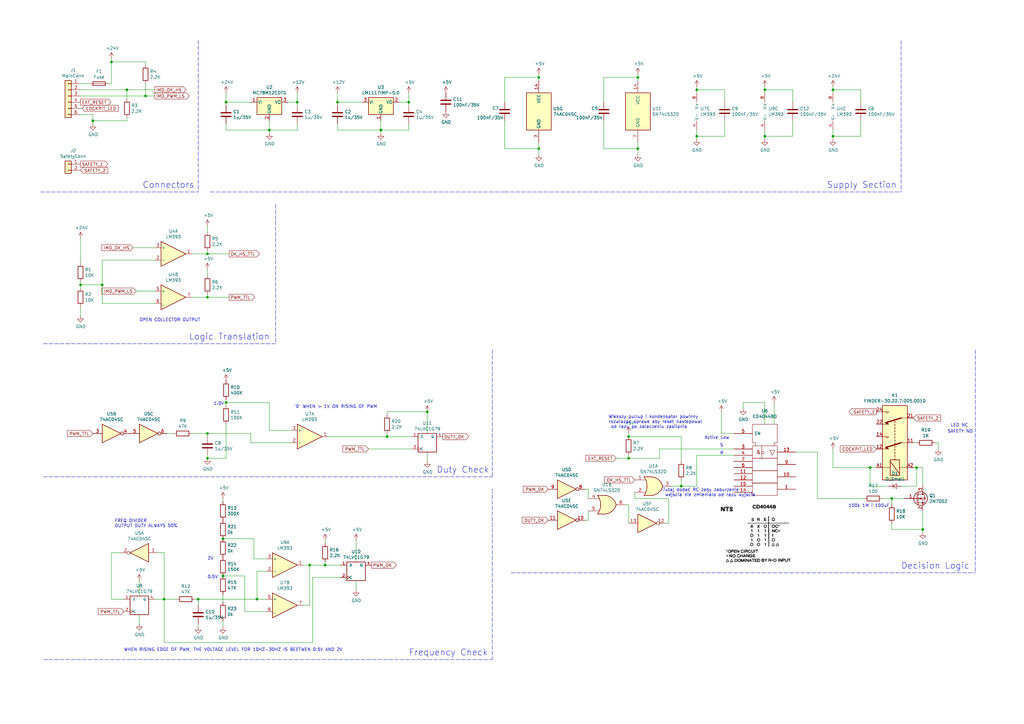
<source format=kicad_sch>
(kicad_sch (version 20211123) (generator eeschema)
  (paper "A3")
  (title_block (title "IMD safety") (date "2022-03-08") (company "PUT Motorsport") (comment 1 "Project by: Szymon Sambor"))
  (junction (at 121.92 41.91))
  (junction (at 158.75 179.07))
  (junction (at 313.69 55.88))
  (junction (at 92.71 165.1))
  (junction (at 261.62 31.75))
  (junction (at 85.09 177.8))
  (junction (at 67.31 245.745))
  (junction (at 105.41 245.745))
  (junction (at 167.64 41.91))
  (junction (at 52.07 36.83))
  (junction (at 341.63 36.83))
  (junction (at 313.69 36.83))
  (junction (at 285.75 36.83))
  (junction (at 375.92 191.77))
  (junction (at 175.26 168.91))
  (junction (at 92.71 41.91))
  (junction (at 91.44 220.98))
  (junction (at 85.09 104.14))
  (junction (at 127 231.775))
  (junction (at 341.63 55.88))
  (junction (at 220.98 31.75))
  (junction (at 356.87 191.77))
  (junction (at 257.81 187.96))
  (junction (at 41.91 116.84))
  (junction (at 59.69 39.37))
  (junction (at 33.02 116.84))
  (junction (at 133.35 231.775))
  (junction (at 45.72 25.4))
  (junction (at 85.09 187.96))
  (junction (at 38.1 49.53))
  (junction (at 156.21 53.34))
  (junction (at 261.62 60.96))
  (junction (at 110.49 53.34))
  (junction (at 365.76 204.47))
  (junction (at 220.98 60.96))
  (junction (at 85.09 121.92))
  (junction (at 257.81 179.07))
  (junction (at 285.75 55.88))
  (junction (at 138.43 41.91))
  (junction (at 81.28 245.745))
  (junction (at 378.46 217.17))
  (junction (at 91.44 236.22))
  (junction (at 279.4 199.39))
  (wire (pts (xy 297.18 55.88) (xy 285.75 55.88)))
  (wire (pts (xy 138.43 43.18) (xy 138.43 41.91)))
  (wire (pts (xy 91.44 247.015) (xy 91.44 243.84)))
  (wire (pts (xy 110.49 176.53) (xy 110.49 165.1)))
  (wire (pts (xy 105.41 234.315) (xy 105.41 245.745)))
  (wire (pts (xy 247.65 31.75) (xy 261.62 31.75)))
  (wire (pts (xy 260.35 204.47) (xy 274.32 204.47)))
  (polyline (pts (xy 17.78 195.58) (xy 201.93 195.58)))
  (wire (pts (xy 138.43 41.91) (xy 148.59 41.91)))
  (wire (pts (xy 285.75 55.88) (xy 285.75 53.34)))
  (wire (pts (xy 110.49 53.34) (xy 121.92 53.34)))
  (wire (pts (xy 119.38 176.53) (xy 110.49 176.53)))
  (wire (pts (xy 33.02 116.84) (xy 33.02 118.11)))
  (wire (pts (xy 313.69 55.88) (xy 313.69 53.34)))
  (wire (pts (xy 85.09 187.96) (xy 92.71 187.96)))
  (wire (pts (xy 297.18 49.53) (xy 297.18 55.88)))
  (wire (pts (xy 257.81 179.07) (xy 279.4 179.07)))
  (wire (pts (xy 118.11 41.91) (xy 121.92 41.91)))
  (wire (pts (xy 110.49 49.53) (xy 110.49 53.34)))
  (wire (pts (xy 341.63 55.88) (xy 341.63 57.15)))
  (wire (pts (xy 240.03 200.66) (xy 241.3 200.66)))
  (wire (pts (xy 285.75 55.88) (xy 285.75 57.15)))
  (wire (pts (xy 138.43 53.34) (xy 138.43 50.8)))
  (wire (pts (xy 384.81 181.61) (xy 384.81 184.15)))
  (wire (pts (xy 85.09 102.87) (xy 85.09 104.14)))
  (wire (pts (xy 285.75 38.1) (xy 285.75 36.83)))
  (wire (pts (xy 257.81 207.01) (xy 257.81 214.63)))
  (wire (pts (xy 156.21 49.53) (xy 156.21 53.34)))
  (wire (pts (xy 274.32 214.63) (xy 273.05 214.63)))
  (wire (pts (xy 220.98 30.48) (xy 220.98 31.75)))
  (wire (pts (xy 102.87 41.91) (xy 92.71 41.91)))
  (wire (pts (xy 91.44 220.98) (xy 104.14 220.98)))
  (wire (pts (xy 158.75 179.07) (xy 134.62 179.07)))
  (wire (pts (xy 295.91 177.8) (xy 295.91 168.91)))
  (wire (pts (xy 49.53 226.695) (xy 45.72 226.695)))
  (wire (pts (xy 241.3 200.66) (xy 241.3 204.47)))
  (wire (pts (xy 59.69 39.37) (xy 63.5 39.37)))
  (wire (pts (xy 359.41 191.77) (xy 356.87 191.77)))
  (wire (pts (xy 257.81 187.96) (xy 257.81 186.69)))
  (wire (pts (xy 92.71 50.8) (xy 92.71 53.34)))
  (wire (pts (xy 313.69 36.83) (xy 325.12 36.83)))
  (polyline (pts (xy 201.93 143.51) (xy 201.93 195.58)))
  (wire (pts (xy 81.28 245.745) (xy 105.41 245.745)))
  (wire (pts (xy 33.02 125.73) (xy 33.02 129.54)))
  (wire (pts (xy 341.63 38.1) (xy 341.63 36.83)))
  (wire (pts (xy 33.02 44.45) (xy 33.655 44.45)))
  (wire (pts (xy 67.31 245.745) (xy 67.31 263.525)))
  (wire (pts (xy 91.44 204.47) (xy 91.44 205.74)))
  (polyline (pts (xy 209.55 234.95) (xy 400.05 234.95)))
  (wire (pts (xy 375.92 199.39) (xy 375.92 191.77)))
  (wire (pts (xy 300.99 177.8) (xy 295.91 177.8)))
  (polyline (pts (xy 201.93 200.66) (xy 201.93 270.51)))
  (wire (pts (xy 156.21 54.61) (xy 156.21 53.34)))
  (wire (pts (xy 341.63 191.77) (xy 341.63 184.15)))
  (wire (pts (xy 41.91 116.84) (xy 33.02 116.84)))
  (polyline (pts (xy 16.51 78.74) (xy 81.28 78.74)))
  (wire (pts (xy 279.4 179.07) (xy 279.4 189.23)))
  (wire (pts (xy 279.4 196.85) (xy 279.4 199.39)))
  (wire (pts (xy 168.91 179.07) (xy 158.75 179.07)))
  (wire (pts (xy 57.15 238.125) (xy 57.15 244.475)))
  (wire (pts (xy 220.98 31.75) (xy 207.01 31.75)))
  (wire (pts (xy 52.07 36.83) (xy 52.07 40.64)))
  (wire (pts (xy 92.71 41.91) (xy 92.71 43.18)))
  (wire (pts (xy 378.46 209.55) (xy 378.46 217.17)))
  (wire (pts (xy 325.12 49.53) (xy 325.12 55.88)))
  (wire (pts (xy 354.33 204.47) (xy 335.28 204.47)))
  (wire (pts (xy 81.28 245.745) (xy 81.28 248.285)))
  (wire (pts (xy 241.3 213.36) (xy 240.03 213.36)))
  (wire (pts (xy 133.35 231.775) (xy 139.7 231.775)))
  (wire (pts (xy 121.92 53.34) (xy 121.92 50.8)))
  (wire (pts (xy 168.91 184.15) (xy 151.13 184.15)))
  (wire (pts (xy 261.62 31.75) (xy 261.62 33.02)))
  (wire (pts (xy 128.27 236.855) (xy 139.7 236.855)))
  (wire (pts (xy 285.75 186.69) (xy 285.75 199.39)))
  (wire (pts (xy 158.75 168.91) (xy 158.75 170.18)))
  (wire (pts (xy 375.92 181.61) (xy 374.65 181.61)))
  (polyline (pts (xy 113.03 83.82) (xy 113.03 140.97)))
  (wire (pts (xy 247.65 60.96) (xy 261.62 60.96)))
  (wire (pts (xy 270.51 187.96) (xy 257.81 187.96)))
  (wire (pts (xy 85.09 104.14) (xy 78.74 104.14)))
  (wire (pts (xy 85.09 177.8) (xy 85.09 179.07)))
  (wire (pts (xy 378.46 191.77) (xy 378.46 199.39)))
  (wire (pts (xy 341.63 36.83) (xy 341.63 35.56)))
  (wire (pts (xy 33.02 116.84) (xy 33.02 115.57)))
  (wire (pts (xy 365.76 204.47) (xy 365.76 207.01)))
  (polyline (pts (xy 17.78 270.51) (xy 201.93 270.51)))
  (wire (pts (xy 270.51 184.15) (xy 270.51 187.96)))
  (wire (pts (xy 365.76 217.17) (xy 365.76 214.63)))
  (wire (pts (xy 59.69 26.67) (xy 59.69 25.4)))
  (wire (pts (xy 63.5 106.68) (xy 41.91 106.68)))
  (wire (pts (xy 85.09 110.49) (xy 85.09 113.03)))
  (wire (pts (xy 313.69 38.1) (xy 313.69 36.83)))
  (wire (pts (xy 252.73 187.96) (xy 257.81 187.96)))
  (wire (pts (xy 247.65 49.53) (xy 247.65 60.96)))
  (wire (pts (xy 279.4 199.39) (xy 285.75 199.39)))
  (wire (pts (xy 356.87 199.39) (xy 356.87 191.77)))
  (wire (pts (xy 313.69 165.1) (xy 304.8 165.1)))
  (wire (pts (xy 78.74 177.8) (xy 85.09 177.8)))
  (wire (pts (xy 85.09 92.71) (xy 85.09 95.25)))
  (wire (pts (xy 85.09 121.92) (xy 93.98 121.92)))
  (wire (pts (xy 67.31 245.745) (xy 63.5 245.745)))
  (wire (pts (xy 369.57 199.39) (xy 375.92 199.39)))
  (wire (pts (xy 119.38 181.61) (xy 102.87 181.61)))
  (wire (pts (xy 92.71 163.83) (xy 92.71 165.1)))
  (wire (pts (xy 384.81 181.61) (xy 383.54 181.61)))
  (wire (pts (xy 304.8 165.1) (xy 304.8 167.64)))
  (wire (pts (xy 67.31 245.745) (xy 72.39 245.745)))
  (wire (pts (xy 33.02 46.99) (xy 38.1 46.99)))
  (wire (pts (xy 335.28 185.42) (xy 326.39 185.42)))
  (wire (pts (xy 41.91 124.46) (xy 63.5 124.46)))
  (wire (pts (xy 261.62 58.42) (xy 261.62 60.96)))
  (wire (pts (xy 300.99 184.15) (xy 270.51 184.15)))
  (wire (pts (xy 260.35 201.93) (xy 260.35 204.47)))
  (wire (pts (xy 38.1 46.99) (xy 38.1 49.53)))
  (wire (pts (xy 44.45 34.29) (xy 45.72 34.29)))
  (wire (pts (xy 207.01 31.75) (xy 207.01 41.91)))
  (wire (pts (xy 59.69 34.29) (xy 59.69 39.37)))
  (wire (pts (xy 92.71 165.1) (xy 92.71 166.37)))
  (wire (pts (xy 285.75 36.83) (xy 297.18 36.83)))
  (wire (pts (xy 353.06 36.83) (xy 353.06 41.91)))
  (wire (pts (xy 378.46 217.17) (xy 378.46 218.44)))
  (wire (pts (xy 64.77 226.695) (xy 67.31 226.695)))
  (wire (pts (xy 100.33 236.22) (xy 100.33 250.825)))
  (wire (pts (xy 100.33 250.825) (xy 109.22 250.825)))
  (wire (pts (xy 45.72 245.745) (xy 50.8 245.745)))
  (wire (pts (xy 167.64 53.34) (xy 156.21 53.34)))
  (polyline (pts (xy 17.78 140.97) (xy 113.03 140.97)))
  (wire (pts (xy 370.84 204.47) (xy 365.76 204.47)))
  (wire (pts (xy 33.02 34.29) (xy 36.83 34.29)))
  (wire (pts (xy 63.5 101.6) (xy 54.61 101.6)))
  (wire (pts (xy 207.01 60.96) (xy 207.01 49.53)))
  (wire (pts (xy 220.98 60.96) (xy 207.01 60.96)))
  (wire (pts (xy 92.71 187.96) (xy 92.71 173.99)))
  (wire (pts (xy 325.12 36.83) (xy 325.12 41.91)))
  (wire (pts (xy 41.91 116.84) (xy 41.91 124.46)))
  (wire (pts (xy 175.26 168.91) (xy 158.75 168.91)))
  (wire (pts (xy 167.64 50.8) (xy 167.64 53.34)))
  (polyline (pts (xy 400.05 143.51) (xy 400.05 234.95)))
  (wire (pts (xy 121.92 38.1) (xy 121.92 41.91)))
  (wire (pts (xy 52.07 36.83) (xy 63.5 36.83)))
  (wire (pts (xy 356.87 191.77) (xy 341.63 191.77)))
  (wire (pts (xy 341.63 55.88) (xy 341.63 53.34)))
  (wire (pts (xy 241.3 209.55) (xy 241.3 213.36)))
  (wire (pts (xy 104.14 229.235) (xy 109.22 229.235)))
  (wire (pts (xy 167.64 41.91) (xy 167.64 38.1)))
  (wire (pts (xy 81.28 257.175) (xy 81.28 255.905)))
  (wire (pts (xy 375.92 191.77) (xy 378.46 191.77)))
  (wire (pts (xy 146.05 221.615) (xy 146.05 230.505)))
  (wire (pts (xy 364.49 199.39) (xy 356.87 199.39)))
  (wire (pts (xy 313.69 36.83) (xy 313.69 35.56)))
  (wire (pts (xy 92.71 165.1) (xy 110.49 165.1)))
  (wire (pts (xy 365.76 204.47) (xy 361.95 204.47)))
  (wire (pts (xy 124.46 248.285) (xy 127 248.285)))
  (wire (pts (xy 85.09 104.14) (xy 93.98 104.14)))
  (wire (pts (xy 261.62 30.48) (xy 261.62 31.75)))
  (wire (pts (xy 121.92 41.91) (xy 121.92 43.18)))
  (wire (pts (xy 175.26 185.42) (xy 175.26 189.23)))
  (wire (pts (xy 33.02 107.95) (xy 33.02 97.79)))
  (wire (pts (xy 313.69 173.99) (xy 313.69 165.1)))
  (wire (pts (xy 85.09 121.92) (xy 85.09 120.65)))
  (wire (pts (xy 67.31 263.525) (xy 128.27 263.525)))
  (wire (pts (xy 275.59 199.39) (xy 279.4 199.39)))
  (wire (pts (xy 133.35 231.775) (xy 133.35 230.505)))
  (wire (pts (xy 45.72 226.695) (xy 45.72 245.745)))
  (wire (pts (xy 85.09 177.8) (xy 102.87 177.8)))
  (wire (pts (xy 335.28 204.47) (xy 335.28 185.42)))
  (wire (pts (xy 92.71 38.1) (xy 92.71 41.91)))
  (wire (pts (xy 247.65 41.91) (xy 247.65 31.75)))
  (wire (pts (xy 80.01 245.745) (xy 81.28 245.745)))
  (wire (pts (xy 285.75 36.83) (xy 285.75 35.56)))
  (wire (pts (xy 256.54 207.01) (xy 257.81 207.01)))
  (wire (pts (xy 325.12 55.88) (xy 313.69 55.88)))
  (wire (pts (xy 52.07 49.53) (xy 38.1 49.53)))
  (wire (pts (xy 133.35 221.615) (xy 133.35 222.885)))
  (wire (pts (xy 300.99 186.69) (xy 285.75 186.69)))
  (wire (pts (xy 341.63 36.83) (xy 353.06 36.83)))
  (wire (pts (xy 257.81 179.07) (xy 257.81 177.8)))
  (polyline (pts (xy 207.01 78.74) (xy 369.57 78.74)))
  (wire (pts (xy 297.18 36.83) (xy 297.18 41.91)))
  (wire (pts (xy 91.44 254.635) (xy 91.44 257.175)))
  (wire (pts (xy 38.1 49.53) (xy 38.1 50.8)))
  (wire (pts (xy 33.02 39.37) (xy 59.69 39.37)))
  (polyline (pts (xy 369.57 16.51) (xy 369.57 78.74)))
  (wire (pts (xy 220.98 58.42) (xy 220.98 60.96)))
  (wire (pts (xy 158.75 177.8) (xy 158.75 179.07)))
  (wire (pts (xy 45.72 25.4) (xy 59.69 25.4)))
  (wire (pts (xy 109.22 234.315) (xy 105.41 234.315)))
  (polyline (pts (xy 81.28 16.51) (xy 81.28 78.74)))
  (wire (pts (xy 45.72 25.4) (xy 45.72 24.13)))
  (wire (pts (xy 33.02 36.83) (xy 52.07 36.83)))
  (wire (pts (xy 92.71 53.34) (xy 110.49 53.34)))
  (wire (pts (xy 110.49 54.61) (xy 110.49 53.34)))
  (wire (pts (xy 374.65 191.77) (xy 375.92 191.77)))
  (wire (pts (xy 57.15 252.095) (xy 57.15 255.905)))
  (wire (pts (xy 52.07 48.26) (xy 52.07 49.53)))
  (wire (pts (xy 105.41 245.745) (xy 109.22 245.745)))
  (wire (pts (xy 378.46 217.17) (xy 365.76 217.17)))
  (wire (pts (xy 91.44 236.22) (xy 100.33 236.22)))
  (wire (pts (xy 220.98 60.96) (xy 220.98 63.5)))
  (wire (pts (xy 167.64 41.91) (xy 167.64 43.18)))
  (wire (pts (xy 102.87 181.61) (xy 102.87 177.8)))
  (wire (pts (xy 128.27 236.855) (xy 128.27 263.525)))
  (wire (pts (xy 146.05 238.125) (xy 146.05 241.935)))
  (wire (pts (xy 67.31 226.695) (xy 67.31 245.745)))
  (wire (pts (xy 124.46 231.775) (xy 127 231.775)))
  (wire (pts (xy 261.62 60.96) (xy 261.62 63.5)))
  (wire (pts (xy 138.43 41.91) (xy 138.43 38.1)))
  (wire (pts (xy 274.32 204.47) (xy 274.32 214.63)))
  (wire (pts (xy 127 231.775) (xy 133.35 231.775)))
  (wire (pts (xy 156.21 53.34) (xy 138.43 53.34)))
  (polyline (pts (xy 86.36 78.74) (xy 207.01 78.74)))
  (wire (pts (xy 41.91 106.68) (xy 41.91 116.84)))
  (wire (pts (xy 220.98 31.75) (xy 220.98 33.02)))
  (wire (pts (xy 68.58 177.8) (xy 71.12 177.8)))
  (wire (pts (xy 317.5 165.1) (xy 317.5 173.99)))
  (wire (pts (xy 163.83 41.91) (xy 167.64 41.91)))
  (wire (pts (xy 85.09 186.69) (xy 85.09 187.96)))
  (wire (pts (xy 63.5 119.38) (xy 55.88 119.38)))
  (wire (pts (xy 353.06 49.53) (xy 353.06 55.88)))
  (wire (pts (xy 313.69 55.88) (xy 313.69 57.15)))
  (wire (pts (xy 353.06 55.88) (xy 341.63 55.88)))
  (wire (pts (xy 78.74 121.92) (xy 85.09 121.92)))
  (wire (pts (xy 127 231.775) (xy 127 248.285)))
  (wire (pts (xy 45.72 34.29) (xy 45.72 25.4)))
  (wire (pts (xy 104.14 220.98) (xy 104.14 229.235)))
  (wire (pts (xy 175.26 168.91) (xy 175.26 177.8)))
  (image (at 310.515 219.075))
  (text "Active Low" (at 288.925 180.34 0) (effects (font (size 1.27 1.27)) (justify left bottom)))
  (text "Wiekszy pullup i kondensator powinny \nrozwiazac sprawe aby reset nastepowal\n od razu po zalaczeniu zasilania" (at 249.555 175.895 0) (effects (font (size 1.27 1.27)) (justify left bottom)))
  (text "Decision Logic" (at 369.57 233.68 0) (effects (font (size 2.54 2.54)) (justify left bottom)))
  (text "Supply Section" (at 339.09 77.47 0) (effects (font (size 2.54 2.54)) (justify left bottom)))
  (text "Tutaj dodać RC zeby zaburzenie\n wejscia nie zmienialo od razu wyjscia" (at 271.78 203.835 0) (effects (font (size 1.27 1.27)) (justify left bottom)))
  (text "LED NC" (at 389.89 175.26 0) (effects (font (size 1.27 1.27)) (justify left bottom)))
  (text "Frequency Check" (at 167.64 269.24 0) (effects (font (size 2.54 2.54)) (justify left bottom)))
  (text "OPEN COLLECTOR OUTPUT" (at 57.15 132.08 0) (effects (font (size 1.27 1.27)) (justify left bottom)))
  (text "FREQ DIVIDER\nOUTPUT DUTY ALWAYS 50%" (at 46.99 216.535 0) (effects (font (size 1.27 1.27)) (justify left bottom)))
  (text "100k 1M i 100uF" (at 347.98 208.28 0) (effects (font (size 1.27 1.27)) (justify left bottom)))
  (text "0.5V" (at 85.09 237.49 0) (effects (font (size 1.27 1.27)) (justify left bottom)))
  (text "S" (at 295.275 183.515 0) (effects (font (size 1.27 1.27)) (justify left bottom)))
  (text "SAFETY NO" (at 388.62 177.8 0) (effects (font (size 1.27 1.27)) (justify left bottom)))
  (text "'0' WHEN > 1V ON RISING OF PWM" (at 120.65 167.64 0) (effects (font (size 1.27 1.27)) (justify left bottom)))
  (text "Connectors" (at 58.42 77.47 0) (effects (font (size 2.54 2.54)) (justify left bottom)))
  (text "2V" (at 85.09 229.87 0) (effects (font (size 1.27 1.27)) (justify left bottom)))
  (text "Duty Check" (at 179.07 194.31 0) (effects (font (size 2.54 2.54)) (justify left bottom)))
  (text "R" (at 295.275 186.69 0) (effects (font (size 1.27 1.27)) (justify left bottom)))
  (text "Logic Translation" (at 77.47 139.7 0) (effects (font (size 2.54 2.54)) (justify left bottom)))
  (text "1.0V" (at 87.63 166.37 0) (effects (font (size 1.27 1.27)) (justify left bottom)))
  (text "WHEN RISING EDGE OF PWM, THE VOLTAGE LEVEL FOR 10HZ-30HZ IS BEETWEN 0.5V AND 2V" (at 50.8 267.335 0) (effects (font (size 1.27 1.27)) (justify left bottom)))
  (global_label "EXT_RESET" (shape input) (at 252.73 187.96 180) (property "Intersheet References" "${INTERSHEET_REFS}" (effects hide)))
  (global_label "SAFETY_2" (shape input) (at 33.02 69.85 0) (property "Intersheet References" "${INTERSHEET_REFS}" (effects hide)))
  (global_label "PWM_TTL" (shape input) (at 50.8 250.825 180) (property "Intersheet References" "${INTERSHEET_REFS}" (effects hide)))
  (global_label "DUTY_OK" (shape input) (at 224.79 213.36 180) (property "Intersheet References" "${INTERSHEET_REFS}" (effects hide)))
  (global_label "PWM_TTL" (shape output) (at 93.98 121.92 0) (property "Intersheet References" "${INTERSHEET_REFS}" (effects hide)))
  (global_label "IMD_PWM_LS" (shape input) (at 55.88 119.38 180) (property "Intersheet References" "${INTERSHEET_REFS}" (effects hide)))
  (global_label "SAFETY_1" (shape output) (at 359.41 168.91 180) (property "Intersheet References" "${INTERSHEET_REFS}" (effects hide)))
  (global_label "PWM_OK" (shape output) (at 152.4 231.775 0) (property "Intersheet References" "${INTERSHEET_REFS}" (effects hide)))
  (global_label "OK_HS_TTL" (shape output) (at 93.98 104.14 0) (property "Intersheet References" "${INTERSHEET_REFS}" (effects hide)))
  (global_label "IMD_PWM_LS" (shape output) (at 63.5 39.37 0) (property "Intersheet References" "${INTERSHEET_REFS}" (effects hide)))
  (global_label "DUTY_OK" (shape output) (at 181.61 179.07 0) (property "Intersheet References" "${INTERSHEET_REFS}" (effects hide)))
  (global_label "PWM_TTL" (shape input) (at 151.13 184.15 180) (property "Intersheet References" "${INTERSHEET_REFS}" (effects hide)))
  (global_label "IMD_OK_HS" (shape output) (at 63.5 36.83 0) (property "Intersheet References" "${INTERSHEET_REFS}" (effects hide)))
  (global_label "COCKPIT_LED" (shape input) (at 33.655 44.45 0) (property "Intersheet References" "${INTERSHEET_REFS}" (effects hide)))
  (global_label "SAFETY_2" (shape input) (at 374.65 171.45 0) (property "Intersheet References" "${INTERSHEET_REFS}" (effects hide)))
  (global_label "OK_HS_TTL" (shape input) (at 260.35 196.85 180) (property "Intersheet References" "${INTERSHEET_REFS}" (effects hide)))
  (global_label "PWM_OK" (shape input) (at 224.79 200.66 180) (property "Intersheet References" "${INTERSHEET_REFS}" (effects hide)))
  (global_label "COCKPIT_LED" (shape input) (at 359.41 184.15 180) (property "Intersheet References" "${INTERSHEET_REFS}" (effects hide)))
  (global_label "IMD_OK_HS" (shape input) (at 54.61 101.6 180) (property "Intersheet References" "${INTERSHEET_REFS}" (effects hide)))
  (global_label "EXT_RESET" (shape output) (at 33.02 41.91 0) (property "Intersheet References" "${INTERSHEET_REFS}" (effects hide)))
  (global_label "SAFETY_1" (shape output) (at 33.02 67.31 0) (property "Intersheet References" "${INTERSHEET_REFS}" (effects hide)))
  (global_label "PWM_TTL" (shape input) (at 38.1 177.8 180) (property "Intersheet References" "${INTERSHEET_REFS}" (effects hide)))
  (symbol (lib_id "PUTM_EV_IMD_SAFETY_2021-rescue:4044-4xxx_IEEE") (at 313.69 184.15 0) (unit 1)
    (property "Reference" "U6" (at 313.69 168.5036 0))
    (property "Value" "CD4044BD" (at 313.69 170.815 0))
    (property "Footprint" "Package_SO:SOP-16_4.55x10.3mm_P1.27mm" (effects hide))
  )
  (symbol (lib_id "PUTM_EV_IMD_SAFETY_2021-rescue:Conn_01x06-Connector_Generic") (at 27.94 39.37 0) (mirror y) (unit 1)
    (property "Reference" "J1" (at 30.0228 28.7782 0))
    (property "Value" "MainConn" (at 30.0228 31.0896 0))
    (property "Footprint" "Connector_Molex:Molex_Micro-Fit_3.0_43650-0600_1x06_P3.00mm_Horizontal" (effects hide))
  )
  (symbol (lib_id "PUTM_EV_IMD_SAFETY_2021-rescue:Conn_01x02-Connector_Generic") (at 27.94 67.31 0) (mirror y) (unit 1)
    (property "Reference" "J2" (at 30.0228 61.7982 0))
    (property "Value" "SafetyConn" (at 30.0228 64.1096 0))
    (property "Footprint" "Connector_Molex:Molex_Micro-Fit_3.0_43650-0200_1x02_P3.00mm_Horizontal" (effects hide))
  )
  (symbol (lib_id "PUTM_EV_IMD_SAFETY_2021-rescue:GND-power") (at 38.1 50.8 0) (unit 1)
    (property "Reference" "#PWR03" (effects hide))
    (property "Value" "GND" (at 38.227 55.1942 0))
  )
  (symbol (lib_id "PUTM_EV_IMD_SAFETY_2021-rescue:+24V-power") (at 45.72 24.13 0) (unit 1)
    (property "Reference" "#PWR06" (effects hide))
    (property "Value" "+24V" (at 46.101 19.7358 0))
  )
  (symbol (lib_id "PUTM_EV_IMD_SAFETY_2021-rescue:R-Device") (at 52.07 44.45 0) (unit 1)
    (property "Reference" "R3" (at 53.848 43.2816 0) (effects (justify left)))
    (property "Value" "2.2K" (at 53.848 45.593 0) (effects (justify left)))
    (property "Footprint" "Resistor_SMD:R_1206_3216Metric" (effects hide))
  )
  (symbol (lib_id "PUTM_EV_IMD_SAFETY_2021-rescue:R-Device") (at 59.69 30.48 0) (unit 1)
    (property "Reference" "R4" (at 61.468 29.3116 0) (effects (justify left)))
    (property "Value" "2.2K" (at 61.468 31.623 0) (effects (justify left)))
    (property "Footprint" "Resistor_SMD:R_1206_3216Metric" (effects hide))
  )
  (symbol (lib_id "PUTM_EV_IMD_SAFETY_2021-rescue:FINDER-30.22-Relay") (at 367.03 181.61 90) (unit 1)
    (property "Reference" "K1" (at 367.03 162.1282 90))
    (property "Value" "FINDER-30.22.7.005.0010" (at 367.03 164.4396 90))
    (property "Footprint" "Relay_THT:Relay_DPDT_Finder_30.22" (effects hide))
    (property "Datasheet" "http://gfinder.findernet.com/assets/Series/354/S30EN.pdf" (effects hide))
  )
  (symbol (lib_id "PUTM_EV_IMD_SAFETY_2021-rescue:R-Device") (at 379.73 181.61 270) (unit 1)
    (property "Reference" "R19" (at 379.73 176.3522 90))
    (property "Value" "1K" (at 379.73 178.6636 90))
    (property "Footprint" "Resistor_SMD:R_1206_3216Metric" (effects hide))
  )
  (symbol (lib_id "PUTM_EV_IMD_SAFETY_2021-rescue:GND-power") (at 384.81 184.15 0) (unit 1)
    (property "Reference" "#PWR041" (effects hide))
    (property "Value" "GND" (at 384.937 188.5442 0))
  )
  (symbol (lib_id "PUTM_EV_IMD_SAFETY_2021-rescue:+12V-power") (at 121.92 38.1 0) (unit 1)
    (property "Reference" "#PWR09" (effects hide))
    (property "Value" "+12V" (at 122.301 33.7058 0))
  )
  (symbol (lib_id "PUTM_EV_IMD_SAFETY_2021-rescue:MC78M05_TO252-Regulator_Linear") (at 110.49 41.91 0) (unit 1)
    (property "Reference" "U2" (at 110.49 35.7632 0))
    (property "Value" "MC78M12CDTG" (at 110.49 38.0746 0))
    (property "Footprint" "Package_TO_SOT_SMD:TO-252-3_TabPin2" (effects hide))
    (property "Datasheet" "http://www.fairchildsemi.com/ds/LM/LM78M05.pdf" (effects hide))
  )
  (symbol (lib_id "PUTM_EV_IMD_SAFETY_2021-rescue:C-Device") (at 92.71 46.99 0) (unit 1)
    (property "Reference" "C1" (at 95.631 45.8216 0) (effects (justify left)))
    (property "Value" "1u/35V" (at 95.631 48.133 0) (effects (justify left)))
    (property "Footprint" "Capacitor_SMD:C_1206_3216Metric" (effects hide))
  )
  (symbol (lib_id "PUTM_EV_IMD_SAFETY_2021-rescue:C-Device") (at 121.92 46.99 0) (unit 1)
    (property "Reference" "C3" (at 124.841 45.8216 0) (effects (justify left)))
    (property "Value" "1u/35V" (at 124.841 48.133 0) (effects (justify left)))
    (property "Footprint" "Capacitor_SMD:C_1206_3216Metric" (effects hide))
  )
  (symbol (lib_id "PUTM_EV_IMD_SAFETY_2021-rescue:GND-power") (at 110.49 54.61 0) (unit 1)
    (property "Reference" "#PWR07" (effects hide))
    (property "Value" "GND" (at 110.617 59.0042 0))
  )
  (symbol (lib_id "PUTM_EV_IMD_SAFETY_2021-rescue:+24V-power") (at 92.71 38.1 0) (unit 1)
    (property "Reference" "#PWR04" (effects hide))
    (property "Value" "+24V" (at 93.091 33.7058 0))
  )
  (symbol (lib_id "PUTM_EV_IMD_SAFETY_2021-rescue:LM1117-5.0-Regulator_Linear") (at 156.21 41.91 0) (unit 1)
    (property "Reference" "U3" (at 156.21 35.7632 0))
    (property "Value" "LM1117IMP-5.0" (at 156.21 38.0746 0))
    (property "Footprint" "Package_TO_SOT_SMD:SOT-223-3_TabPin2" (effects hide))
    (property "Datasheet" "http://www.ti.com/lit/ds/symlink/lm1117.pdf" (effects hide))
  )
  (symbol (lib_id "PUTM_EV_IMD_SAFETY_2021-rescue:C-Device") (at 138.43 46.99 0) (unit 1)
    (property "Reference" "C2" (at 141.351 45.8216 0) (effects (justify left)))
    (property "Value" "1u/35V" (at 141.351 48.133 0) (effects (justify left)))
    (property "Footprint" "Capacitor_SMD:C_1206_3216Metric" (effects hide))
  )
  (symbol (lib_id "PUTM_EV_IMD_SAFETY_2021-rescue:C-Device") (at 167.64 46.99 0) (unit 1)
    (property "Reference" "C4" (at 170.561 45.8216 0) (effects (justify left)))
    (property "Value" "1u/35V" (at 170.561 48.133 0) (effects (justify left)))
    (property "Footprint" "Capacitor_SMD:C_1206_3216Metric" (effects hide))
  )
  (symbol (lib_id "PUTM_EV_IMD_SAFETY_2021-rescue:+12V-power") (at 138.43 38.1 0) (unit 1)
    (property "Reference" "#PWR05" (effects hide))
    (property "Value" "+12V" (at 138.811 33.7058 0))
  )
  (symbol (lib_id "PUTM_EV_IMD_SAFETY_2021-rescue:GND-power") (at 156.21 54.61 0) (unit 1)
    (property "Reference" "#PWR08" (effects hide))
    (property "Value" "GND" (at 156.337 59.0042 0))
  )
  (symbol (lib_id "PUTM_EV_IMD_SAFETY_2021-rescue:+5V-power") (at 167.64 38.1 0) (unit 1)
    (property "Reference" "#PWR010" (effects hide))
    (property "Value" "+5V" (at 168.021 33.7058 0))
  )
  (symbol (lib_id "PUTM_EV_IMD_SAFETY_2021-rescue:+5V-power") (at 317.5 165.1 0) (unit 1)
    (property "Reference" "#PWR024" (effects hide))
    (property "Value" "+5V" (at 317.881 160.7058 0))
  )
  (symbol (lib_id "PUTM_EV_IMD_SAFETY_2021-rescue:GND-power") (at 304.8 167.64 0) (unit 1)
    (property "Reference" "#PWR019" (effects hide))
    (property "Value" "GND" (at 304.927 172.0342 0))
  )
  (symbol (lib_id "PUTM_EV_IMD_SAFETY_2021-rescue:+5V-power") (at 182.88 38.1 0) (unit 1)
    (property "Reference" "#PWR032" (effects hide))
    (property "Value" "+5V" (at 183.261 33.7058 0))
  )
  (symbol (lib_id "PUTM_EV_IMD_SAFETY_2021-rescue:GND-power") (at 182.88 45.72 0) (unit 1)
    (property "Reference" "#PWR033" (effects hide))
    (property "Value" "GND" (at 183.007 50.1142 0))
  )
  (symbol (lib_id "PUTM_EV_IMD_SAFETY_2021-rescue:C-Device") (at 182.88 41.91 0) (unit 1)
    (property "Reference" "C11" (at 185.801 40.7416 0) (effects (justify left)))
    (property "Value" "100nF/35V" (at 185.801 43.053 0) (effects (justify left)))
    (property "Footprint" "Capacitor_SMD:C_1206_3216Metric" (effects hide))
  )
  (symbol (lib_id "PUTM_EV_IMD_SAFETY_2021-rescue:+5V-power") (at 295.91 168.91 0) (unit 1)
    (property "Reference" "#PWR018" (effects hide))
    (property "Value" "+5V" (at 296.291 164.5158 0))
  )
  (symbol (lib_id "PUTM_EV_IMD_SAFETY_2021-rescue:D_Small-Device") (at 367.03 199.39 0) (unit 1)
    (property "Reference" "D1" (at 367.03 194.183 0))
    (property "Value" "D_Small" (at 367.03 196.4944 0))
    (property "Footprint" "Diode_SMD:D_SMB" (effects hide))
  )
  (symbol (lib_id "PUTM_EV_IMD_SAFETY_2021-rescue:GND-power") (at 378.46 218.44 0) (unit 1)
    (property "Reference" "#PWR040" (effects hide))
    (property "Value" "GND" (at 378.587 222.8342 0))
  )
  (symbol (lib_id "PUTM_EV_IMD_SAFETY_2021-rescue:+5V-power") (at 257.81 177.8 0) (unit 1)
    (property "Reference" "#PWR013" (effects hide))
    (property "Value" "+5V" (at 258.191 173.4058 0))
  )
  (symbol (lib_id "PUTM_EV_IMD_SAFETY_2021-rescue:R-Device") (at 257.81 182.88 0) (unit 1)
    (property "Reference" "R7" (at 259.588 181.7116 0) (effects (justify left)))
    (property "Value" "2.2K" (at 259.588 184.023 0) (effects (justify left)))
    (property "Footprint" "Resistor_SMD:R_1206_3216Metric" (effects hide))
  )
  (symbol (lib_id "PUTM_EV_IMD_SAFETY_2021-rescue:R-Device") (at 358.14 204.47 270) (unit 1)
    (property "Reference" "R17" (at 358.14 199.2122 90))
    (property "Value" "100" (at 358.14 201.5236 90))
    (property "Footprint" "Resistor_SMD:R_1206_3216Metric" (effects hide))
  )
  (symbol (lib_id "PUTM_EV_IMD_SAFETY_2021-rescue:R-Device") (at 365.76 210.82 180) (unit 1)
    (property "Reference" "R18" (at 367.538 209.6516 0) (effects (justify right)))
    (property "Value" "10K" (at 367.538 211.963 0) (effects (justify right)))
    (property "Footprint" "Resistor_SMD:R_1206_3216Metric" (effects hide))
  )
  (symbol (lib_id "PUTM_EV_IMD_SAFETY_2021-rescue:74LS32-74xx") (at 267.97 199.39 0) (unit 1)
    (property "Reference" "U1" (at 267.97 191.135 0))
    (property "Value" "SN74LS32D" (at 267.97 193.4464 0))
    (property "Footprint" "Package_SO:SOIC-14_3.9x8.7mm_P1.27mm" (effects hide))
    (property "Datasheet" "http://www.ti.com/lit/gpn/sn74LS32" (effects hide))
  )
  (symbol (lib_id "PUTM_EV_IMD_SAFETY_2021-rescue:74LS32-74xx") (at 261.62 45.72 0) (unit 5)
    (property "Reference" "U1" (at 267.462 44.5516 0) (effects (justify left)))
    (property "Value" "SN74LS32D" (at 267.462 46.863 0) (effects (justify left)))
    (property "Footprint" "Package_SO:SOIC-14_3.9x8.7mm_P1.27mm" (effects hide))
    (property "Datasheet" "http://www.ti.com/lit/gpn/sn74LS32" (effects hide))
  )
  (symbol (lib_id "PUTM_EV_IMD_SAFETY_2021-rescue:C-Device") (at 247.65 45.72 0) (unit 1)
    (property "Reference" "C5" (at 242.57 44.45 0) (effects (justify left)))
    (property "Value" "100nF/35V" (at 236.22 48.26 0) (effects (justify left)))
    (property "Footprint" "Capacitor_SMD:C_1206_3216Metric" (effects hide))
  )
  (symbol (lib_id "PUTM_EV_IMD_SAFETY_2021-rescue:GND-power") (at 261.62 63.5 0) (unit 1)
    (property "Reference" "#PWR015" (effects hide))
    (property "Value" "GND" (at 261.747 67.8942 0))
  )
  (symbol (lib_id "PUTM_EV_IMD_SAFETY_2021-rescue:+5V-power") (at 261.62 30.48 0) (unit 1)
    (property "Reference" "#PWR014" (effects hide))
    (property "Value" "+5V" (at 262.001 26.0858 0))
  )
  (symbol (lib_id "PUTM_EV_IMD_SAFETY_2021-rescue:R-Device") (at 279.4 193.04 0) (unit 1)
    (property "Reference" "R8" (at 281.178 191.8716 0) (effects (justify left)))
    (property "Value" "2.2K" (at 281.178 194.183 0) (effects (justify left)))
    (property "Footprint" "Resistor_SMD:R_1206_3216Metric" (effects hide))
  )
  (symbol (lib_id "PUTM_EV_IMD_SAFETY_2021-rescue:74LVC1G79-74xGxx") (at 57.15 248.285 0) (unit 1)
    (property "Reference" "U8" (at 57.15 240.2332 0))
    (property "Value" "74LVC1G79" (at 57.15 242.5446 0))
    (property "Footprint" "Package_TO_SOT_SMD:SOT-23-5" (effects hide))
    (property "Datasheet" "http://www.ti.com/lit/sg/scyt129e/scyt129e.pdf" (effects hide))
  )
  (symbol (lib_id "PUTM_EV_IMD_SAFETY_2021-rescue:+5V-power") (at 341.63 184.15 0) (unit 1)
    (property "Reference" "#PWR034" (effects hide))
    (property "Value" "+5V" (at 342.011 179.7558 0))
  )
  (symbol (lib_id "PUTM_EV_IMD_SAFETY_2021-rescue:LM393-Comparator") (at 71.12 104.14 0) (unit 1)
    (property "Reference" "U4" (at 71.12 94.8182 0))
    (property "Value" "LM393" (at 71.12 97.1296 0))
    (property "Footprint" "Package_SO:SO-8_3.9x4.9mm_P1.27mm" (effects hide))
    (property "Datasheet" "http://www.ti.com/lit/ds/symlink/lm393-n.pdf" (effects hide))
  )
  (symbol (lib_id "PUTM_EV_IMD_SAFETY_2021-rescue:LM393-Comparator") (at 71.12 121.92 0) (unit 2)
    (property "Reference" "U4" (at 71.12 112.5982 0))
    (property "Value" "LM393" (at 71.12 114.9096 0))
    (property "Footprint" "Package_SO:SO-8_3.9x4.9mm_P1.27mm" (effects hide))
    (property "Datasheet" "http://www.ti.com/lit/ds/symlink/lm393-n.pdf" (effects hide))
  )
  (symbol (lib_id "PUTM_EV_IMD_SAFETY_2021-rescue:LM393-Comparator") (at 344.17 45.72 0) (unit 3)
    (property "Reference" "U4" (at 343.1032 44.5516 0) (effects (justify left)))
    (property "Value" "LM393" (at 343.1032 46.863 0) (effects (justify left)))
    (property "Footprint" "Package_SO:SO-8_3.9x4.9mm_P1.27mm" (effects hide))
    (property "Datasheet" "http://www.ti.com/lit/ds/symlink/lm393-n.pdf" (effects hide))
  )
  (symbol (lib_id "PUTM_EV_IMD_SAFETY_2021-rescue:C-Device") (at 353.06 45.72 0) (unit 1)
    (property "Reference" "C6" (at 355.981 44.5516 0) (effects (justify left)))
    (property "Value" "100nF/35V" (at 355.981 46.863 0) (effects (justify left)))
    (property "Footprint" "Capacitor_SMD:C_1206_3216Metric" (effects hide))
  )
  (symbol (lib_id "PUTM_EV_IMD_SAFETY_2021-rescue:GND-power") (at 341.63 57.15 0) (unit 1)
    (property "Reference" "#PWR017" (effects hide))
    (property "Value" "GND" (at 341.757 61.5442 0))
  )
  (symbol (lib_id "PUTM_EV_IMD_SAFETY_2021-rescue:R-Device") (at 33.02 111.76 0) (unit 1)
    (property "Reference" "R1" (at 34.798 110.5916 0) (effects (justify left)))
    (property "Value" "10K" (at 34.798 112.903 0) (effects (justify left)))
    (property "Footprint" "Resistor_SMD:R_1206_3216Metric" (effects hide))
  )
  (symbol (lib_id "PUTM_EV_IMD_SAFETY_2021-rescue:R-Device") (at 33.02 121.92 0) (unit 1)
    (property "Reference" "R2" (at 34.798 120.7516 0) (effects (justify left)))
    (property "Value" "10K" (at 34.798 123.063 0) (effects (justify left)))
    (property "Footprint" "Resistor_SMD:R_1206_3216Metric" (effects hide))
  )
  (symbol (lib_id "PUTM_EV_IMD_SAFETY_2021-rescue:GND-power") (at 33.02 129.54 0) (unit 1)
    (property "Reference" "#PWR02" (effects hide))
    (property "Value" "GND" (at 33.147 133.9342 0))
  )
  (symbol (lib_id "PUTM_EV_IMD_SAFETY_2021-rescue:+24V-power") (at 341.63 35.56 0) (unit 1)
    (property "Reference" "#PWR016" (effects hide))
    (property "Value" "+24V" (at 342.011 31.1658 0))
  )
  (symbol (lib_id "PUTM_EV_IMD_SAFETY_2021-rescue:+5V-power") (at 85.09 92.71 0) (unit 1)
    (property "Reference" "#PWR011" (effects hide))
    (property "Value" "+5V" (at 85.471 88.3158 0))
  )
  (symbol (lib_id "PUTM_EV_IMD_SAFETY_2021-rescue:R-Device") (at 85.09 99.06 0) (unit 1)
    (property "Reference" "R5" (at 86.868 97.8916 0) (effects (justify left)))
    (property "Value" "2.2K" (at 86.868 100.203 0) (effects (justify left)))
    (property "Footprint" "Resistor_SMD:R_1206_3216Metric" (effects hide))
  )
  (symbol (lib_id "PUTM_EV_IMD_SAFETY_2021-rescue:R-Device") (at 85.09 116.84 0) (unit 1)
    (property "Reference" "R6" (at 86.868 115.6716 0) (effects (justify left)))
    (property "Value" "2.2K" (at 86.868 117.983 0) (effects (justify left)))
    (property "Footprint" "Resistor_SMD:R_1206_3216Metric" (effects hide))
  )
  (symbol (lib_id "PUTM_EV_IMD_SAFETY_2021-rescue:+5V-power") (at 85.09 110.49 0) (unit 1)
    (property "Reference" "#PWR012" (effects hide))
    (property "Value" "+5V" (at 85.471 106.0958 0))
  )
  (symbol (lib_id "PUTM_EV_IMD_SAFETY_2021-rescue:+24V-power") (at 33.02 97.79 0) (unit 1)
    (property "Reference" "#PWR01" (effects hide))
    (property "Value" "+24V" (at 33.401 93.3958 0))
  )
  (symbol (lib_id "PUTM_EV_IMD_SAFETY_2021-rescue:+5V-power") (at 57.15 238.125 0) (unit 1)
    (property "Reference" "#PWR027" (effects hide))
    (property "Value" "+5V" (at 57.531 233.7308 0))
  )
  (symbol (lib_id "PUTM_EV_IMD_SAFETY_2021-rescue:GND-power") (at 57.15 255.905 0) (unit 1)
    (property "Reference" "#PWR028" (effects hide))
    (property "Value" "GND" (at 57.277 260.2992 0))
  )
  (symbol (lib_id "PUTM_EV_IMD_SAFETY_2021-rescue:74AHC04-74xx") (at 57.15 226.695 180) (unit 1)
    (property "Reference" "U5" (at 57.15 218.6432 0))
    (property "Value" "74AC04SC" (at 57.15 220.9546 0))
    (property "Footprint" "Package_SO:SOIC-14_3.9x8.7mm_P1.27mm" (effects hide))
    (property "Datasheet" "https://assets.nexperia.com/documents/data-sheet/74AHC_AHCT04.pdf" (effects hide))
  )
  (symbol (lib_id "PUTM_EV_IMD_SAFETY_2021-rescue:74AHC04-74xx") (at 220.98 45.72 0) (unit 7)
    (property "Reference" "U5" (at 226.822 44.5516 0) (effects (justify left)))
    (property "Value" "74AC04SC" (at 226.822 46.863 0) (effects (justify left)))
    (property "Footprint" "Package_SO:SOIC-14_3.9x8.7mm_P1.27mm" (effects hide))
    (property "Datasheet" "https://assets.nexperia.com/documents/data-sheet/74AHC_AHCT04.pdf" (effects hide))
  )
  (symbol (lib_id "PUTM_EV_IMD_SAFETY_2021-rescue:C-Device") (at 207.01 45.72 0) (unit 1)
    (property "Reference" "C7" (at 201.93 44.45 0) (effects (justify left)))
    (property "Value" "100nF/35V" (at 195.58 48.26 0) (effects (justify left)))
    (property "Footprint" "Capacitor_SMD:C_1206_3216Metric" (effects hide))
  )
  (symbol (lib_id "PUTM_EV_IMD_SAFETY_2021-rescue:+5V-power") (at 220.98 30.48 0) (unit 1)
    (property "Reference" "#PWR021" (effects hide))
    (property "Value" "+5V" (at 221.361 26.0858 0))
  )
  (symbol (lib_id "PUTM_EV_IMD_SAFETY_2021-rescue:GND-power") (at 220.98 63.5 0) (unit 1)
    (property "Reference" "#PWR022" (effects hide))
    (property "Value" "GND" (at 221.107 67.8942 0))
  )
  (symbol (lib_id "PUTM_EV_IMD_SAFETY_2021-rescue:R-Device") (at 76.2 245.745 270) (unit 1)
    (property "Reference" "R12" (at 76.2 240.4872 90))
    (property "Value" "47K" (at 76.2 242.7986 90))
    (property "Footprint" "Resistor_SMD:R_1206_3216Metric" (effects hide))
  )
  (symbol (lib_id "PUTM_EV_IMD_SAFETY_2021-rescue:C-Device") (at 81.28 252.095 0) (unit 1)
    (property "Reference" "C10" (at 84.201 250.9266 0) (effects (justify left)))
    (property "Value" "1u/35V" (at 84.201 253.238 0) (effects (justify left)))
    (property "Footprint" "Capacitor_SMD:C_1206_3216Metric" (effects hide))
  )
  (symbol (lib_id "PUTM_EV_IMD_SAFETY_2021-rescue:GND-power") (at 81.28 257.175 0) (unit 1)
    (property "Reference" "#PWR029" (effects hide))
    (property "Value" "GND" (at 81.407 261.5692 0))
  )
  (symbol (lib_id "PUTM_EV_IMD_SAFETY_2021-rescue:LM393-Comparator") (at 116.84 231.775 0) (unit 1)
    (property "Reference" "U9" (at 116.84 222.4532 0))
    (property "Value" "LM393" (at 116.84 224.7646 0))
    (property "Footprint" "Package_SO:SO-8_3.9x4.9mm_P1.27mm" (effects hide))
    (property "Datasheet" "http://www.ti.com/lit/ds/symlink/lm393-n.pdf" (effects hide))
  )
  (symbol (lib_id "PUTM_EV_IMD_SAFETY_2021-rescue:LM393-Comparator") (at 116.84 248.285 0) (unit 2)
    (property "Reference" "U7" (at 116.84 238.9632 0))
    (property "Value" "LM393" (at 116.84 241.2746 0))
    (property "Footprint" "Package_SO:SO-8_3.9x4.9mm_P1.27mm" (effects hide))
    (property "Datasheet" "http://www.ti.com/lit/ds/symlink/lm393-n.pdf" (effects hide))
  )
  (symbol (lib_id "PUTM_EV_IMD_SAFETY_2021-rescue:LM393-Comparator") (at 316.23 45.72 0) (unit 3)
    (property "Reference" "U9" (at 315.1632 44.5516 0) (effects (justify left)))
    (property "Value" "LM393" (at 315.1632 46.863 0) (effects (justify left)))
    (property "Footprint" "Package_SO:SO-8_3.9x4.9mm_P1.27mm" (effects hide))
    (property "Datasheet" "http://www.ti.com/lit/ds/symlink/lm393-n.pdf" (effects hide))
  )
  (symbol (lib_id "PUTM_EV_IMD_SAFETY_2021-rescue:C-Device") (at 325.12 45.72 0) (unit 1)
    (property "Reference" "C12" (at 328.041 44.5516 0) (effects (justify left)))
    (property "Value" "100nF/35V" (at 328.041 46.863 0) (effects (justify left)))
    (property "Footprint" "Capacitor_SMD:C_1206_3216Metric" (effects hide))
  )
  (symbol (lib_id "PUTM_EV_IMD_SAFETY_2021-rescue:GND-power") (at 313.69 57.15 0) (unit 1)
    (property "Reference" "#PWR039" (effects hide))
    (property "Value" "GND" (at 313.817 61.5442 0))
  )
  (symbol (lib_id "PUTM_EV_IMD_SAFETY_2021-rescue:R-Device") (at 133.35 226.695 0) (unit 1)
    (property "Reference" "R16" (at 135.128 225.5266 0) (effects (justify left)))
    (property "Value" "2.2K" (at 135.128 227.838 0) (effects (justify left)))
    (property "Footprint" "Resistor_SMD:R_1206_3216Metric" (effects hide))
  )
  (symbol (lib_id "PUTM_EV_IMD_SAFETY_2021-rescue:+5V-power") (at 313.69 35.56 0) (unit 1)
    (property "Reference" "#PWR038" (effects hide))
    (property "Value" "+5V" (at 314.071 31.1658 0))
  )
  (symbol (lib_id "PUTM_EV_IMD_SAFETY_2021-rescue:+5V-power") (at 133.35 221.615 0) (unit 1)
    (property "Reference" "#PWR035" (effects hide))
    (property "Value" "+5V" (at 133.731 217.2208 0))
  )
  (symbol (lib_id "PUTM_EV_IMD_SAFETY_2021-rescue:2N7002-Transistor_FET") (at 375.92 204.47 0) (unit 1)
    (property "Reference" "Q1" (at 381.1016 203.3016 0) (effects (justify left)))
    (property "Value" "2N7002" (at 381.1016 205.613 0) (effects (justify left)))
    (property "Footprint" "Package_TO_SOT_SMD:SOT-23" (effects hide))
    (property "Datasheet" "https://www.fairchildsemi.com/datasheets/2N/2N7002.pdf" (effects hide))
  )
  (symbol (lib_id "PUTM_EV_IMD_SAFETY_2021-rescue:Fuse-Device") (at 40.64 34.29 270) (unit 1)
    (property "Reference" "F1" (at 40.64 29.2862 90))
    (property "Value" "Fuse" (at 40.64 31.5976 90))
    (property "Footprint" "Fuse:Fuse_1812_4532Metric" (effects hide))
  )
  (symbol (lib_id "PUTM_EV_IMD_SAFETY_2021-rescue:R-Device") (at 91.44 232.41 180) (unit 1)
    (property "Reference" "R14" (at 93.218 231.2416 0) (effects (justify right)))
    (property "Value" "150K" (at 93.218 233.553 0) (effects (justify right)))
    (property "Footprint" "Resistor_SMD:R_1206_3216Metric" (effects hide))
  )
  (symbol (lib_id "PUTM_EV_IMD_SAFETY_2021-rescue:R-Device") (at 91.44 240.03 180) (unit 1)
    (property "Reference" "R15" (at 93.218 238.8616 0) (effects (justify right)))
    (property "Value" "47K" (at 93.218 241.173 0) (effects (justify right)))
    (property "Footprint" "Resistor_SMD:R_1206_3216Metric" (effects hide))
  )
  (symbol (lib_id "PUTM_EV_IMD_SAFETY_2021-rescue:R-Device") (at 91.44 209.55 180) (unit 1)
    (property "Reference" "R13" (at 93.218 208.3816 0) (effects (justify right)))
    (property "Value" "300K" (at 93.218 210.693 0) (effects (justify right)))
    (property "Footprint" "Resistor_SMD:R_1206_3216Metric" (effects hide))
  )
  (symbol (lib_id "PUTM_EV_IMD_SAFETY_2021-rescue:GND-power") (at 91.44 257.175 0) (unit 1)
    (property "Reference" "#PWR031" (effects hide))
    (property "Value" "GND" (at 91.567 261.5692 0))
  )
  (symbol (lib_id "PUTM_EV_IMD_SAFETY_2021-rescue:+5V-power") (at 91.44 204.47 0) (unit 1)
    (property "Reference" "#PWR030" (effects hide))
    (property "Value" "+5V" (at 91.821 200.0758 0))
  )
  (symbol (lib_id "PUTM_EV_IMD_SAFETY_2021-rescue:74LVC1G79-74xGxx") (at 175.26 181.61 0) (unit 1)
    (property "Reference" "U11" (at 175.26 173.5582 0))
    (property "Value" "74LVC1G79" (at 175.26 175.8696 0))
    (property "Footprint" "Package_TO_SOT_SMD:SOT-23-5" (effects hide))
    (property "Datasheet" "http://www.ti.com/lit/sg/scyt129e/scyt129e.pdf" (effects hide))
  )
  (symbol (lib_id "PUTM_EV_IMD_SAFETY_2021-rescue:+5V-power") (at 175.26 168.91 0) (unit 1)
    (property "Reference" "#PWR0101" (effects hide))
    (property "Value" "+5V" (at 175.641 164.5158 0))
  )
  (symbol (lib_id "PUTM_EV_IMD_SAFETY_2021-rescue:GND-power") (at 175.26 189.23 0) (unit 1)
    (property "Reference" "#PWR0102" (effects hide))
    (property "Value" "GND" (at 175.387 193.6242 0))
  )
  (symbol (lib_id "PUTM_EV_IMD_SAFETY_2021-rescue:74LVC1G79-74xGxx") (at 146.05 234.315 0) (unit 1)
    (property "Reference" "U10" (at 146.05 226.2632 0))
    (property "Value" "74LVC1G79" (at 146.05 228.5746 0))
    (property "Footprint" "Package_TO_SOT_SMD:SOT-23-5" (effects hide))
    (property "Datasheet" "http://www.ti.com/lit/sg/scyt129e/scyt129e.pdf" (effects hide))
  )
  (symbol (lib_id "PUTM_EV_IMD_SAFETY_2021-rescue:R-Device") (at 158.75 173.99 0) (unit 1)
    (property "Reference" "R20" (at 160.528 172.8216 0) (effects (justify left)))
    (property "Value" "2.2K" (at 160.528 175.133 0) (effects (justify left)))
    (property "Footprint" "Resistor_SMD:R_1206_3216Metric" (effects hide))
  )
  (symbol (lib_id "PUTM_EV_IMD_SAFETY_2021-rescue:+5V-power") (at 146.05 221.615 0) (unit 1)
    (property "Reference" "#PWR036" (effects hide))
    (property "Value" "+5V" (at 146.431 217.2208 0))
  )
  (symbol (lib_id "PUTM_EV_IMD_SAFETY_2021-rescue:GND-power") (at 146.05 241.935 0) (unit 1)
    (property "Reference" "#PWR037" (effects hide))
    (property "Value" "GND" (at 146.177 246.3292 0))
  )
  (symbol (lib_id "PUTM_EV_IMD_SAFETY_2021-rescue:74AHC04-74xx") (at 232.41 200.66 0) (unit 4)
    (property "Reference" "U5" (at 232.41 192.6082 0))
    (property "Value" "74AC04SC" (at 232.41 194.9196 0))
    (property "Footprint" "Package_SO:SOIC-14_3.9x8.7mm_P1.27mm" (effects hide))
    (property "Datasheet" "https://assets.nexperia.com/documents/data-sheet/74AHC_AHCT04.pdf" (effects hide))
  )
  (symbol (lib_id "PUTM_EV_IMD_SAFETY_2021-rescue:74AHC04-74xx") (at 232.41 213.36 0) (unit 5)
    (property "Reference" "U5" (at 232.41 205.3082 0))
    (property "Value" "74AC04SC" (at 232.41 207.6196 0))
    (property "Footprint" "Package_SO:SOIC-14_3.9x8.7mm_P1.27mm" (effects hide))
    (property "Datasheet" "https://assets.nexperia.com/documents/data-sheet/74AHC_AHCT04.pdf" (effects hide))
  )
  (symbol (lib_id "PUTM_EV_IMD_SAFETY_2021-rescue:74LS32-74xx") (at 248.92 207.01 0) (unit 2)
    (property "Reference" "U1" (at 248.92 198.755 0))
    (property "Value" "SN74LS32D" (at 248.92 201.0664 0))
    (property "Footprint" "Package_SO:SOIC-14_3.9x8.7mm_P1.27mm" (effects hide))
    (property "Datasheet" "http://www.ti.com/lit/gpn/sn74LS32" (effects hide))
  )
  (symbol (lib_id "PUTM_EV_IMD_SAFETY_2021-rescue:74AHC04-74xx") (at 265.43 214.63 0) (unit 6)
    (property "Reference" "U5" (at 265.43 206.5782 0))
    (property "Value" "74AC04SC" (at 265.43 208.8896 0))
    (property "Footprint" "Package_SO:SOIC-14_3.9x8.7mm_P1.27mm" (effects hide))
    (property "Datasheet" "https://assets.nexperia.com/documents/data-sheet/74AHC_AHCT04.pdf" (effects hide))
  )
  (symbol (lib_id "PUTM_EV_IMD_SAFETY_2021-rescue:74AHC04-74xx") (at 45.72 177.8 0) (unit 2)
    (property "Reference" "U5" (at 45.72 169.7482 0))
    (property "Value" "74AC04SC" (at 45.72 172.0596 0))
    (property "Footprint" "Package_SO:SOIC-14_3.9x8.7mm_P1.27mm" (effects hide))
    (property "Datasheet" "https://assets.nexperia.com/documents/data-sheet/74AHC_AHCT04.pdf" (effects hide))
  )
  (symbol (lib_id "PUTM_EV_IMD_SAFETY_2021-rescue:74AHC04-74xx") (at 60.96 177.8 0) (unit 3)
    (property "Reference" "U5" (at 60.96 169.7482 0))
    (property "Value" "74AC04SC" (at 60.96 172.0596 0))
    (property "Footprint" "Package_SO:SOIC-14_3.9x8.7mm_P1.27mm" (effects hide))
    (property "Datasheet" "https://assets.nexperia.com/documents/data-sheet/74AHC_AHCT04.pdf" (effects hide))
  )
  (symbol (lib_id "PUTM_EV_IMD_SAFETY_2021-rescue:R-Device") (at 74.93 177.8 270) (unit 1)
    (property "Reference" "R9" (at 74.93 172.5422 90))
    (property "Value" "47K" (at 74.93 174.8536 90))
    (property "Footprint" "Resistor_SMD:R_1206_3216Metric" (effects hide))
  )
  (symbol (lib_id "PUTM_EV_IMD_SAFETY_2021-rescue:C-Device") (at 85.09 182.88 0) (unit 1)
    (property "Reference" "C8" (at 88.011 181.7116 0) (effects (justify left)))
    (property "Value" "1u/35V" (at 88.011 184.023 0) (effects (justify left)))
    (property "Footprint" "Capacitor_SMD:C_1206_3216Metric" (effects hide))
  )
  (symbol (lib_id "PUTM_EV_IMD_SAFETY_2021-rescue:GND-power") (at 85.09 187.96 0) (unit 1)
    (property "Reference" "#PWR020" (effects hide))
    (property "Value" "GND" (at 85.217 192.3542 0))
  )
  (symbol (lib_id "PUTM_EV_IMD_SAFETY_2021-rescue:LM393-Comparator") (at 127 179.07 0) (unit 1)
    (property "Reference" "U7" (at 127 169.7482 0))
    (property "Value" "LM393" (at 127 172.0596 0))
    (property "Footprint" "Package_SO:SO-8_3.9x4.9mm_P1.27mm" (effects hide))
    (property "Datasheet" "http://www.ti.com/lit/ds/symlink/lm393-n.pdf" (effects hide))
  )
  (symbol (lib_id "PUTM_EV_IMD_SAFETY_2021-rescue:LM393-Comparator") (at 288.29 45.72 0) (unit 3)
    (property "Reference" "U7" (at 287.2232 44.5516 0) (effects (justify left)))
    (property "Value" "LM393" (at 287.2232 46.863 0) (effects (justify left)))
    (property "Footprint" "Package_SO:SO-8_3.9x4.9mm_P1.27mm" (effects hide))
    (property "Datasheet" "http://www.ti.com/lit/ds/symlink/lm393-n.pdf" (effects hide))
  )
  (symbol (lib_id "PUTM_EV_IMD_SAFETY_2021-rescue:C-Device") (at 297.18 45.72 0) (unit 1)
    (property "Reference" "C9" (at 300.101 44.5516 0) (effects (justify left)))
    (property "Value" "100nF/35V" (at 300.101 46.863 0) (effects (justify left)))
    (property "Footprint" "Capacitor_SMD:C_1206_3216Metric" (effects hide))
  )
  (symbol (lib_id "PUTM_EV_IMD_SAFETY_2021-rescue:GND-power") (at 285.75 57.15 0) (unit 1)
    (property "Reference" "#PWR026" (effects hide))
    (property "Value" "GND" (at 285.877 61.5442 0))
  )
  (symbol (lib_id "PUTM_EV_IMD_SAFETY_2021-rescue:+5V-power") (at 285.75 35.56 0) (unit 1)
    (property "Reference" "#PWR025" (effects hide))
    (property "Value" "+5V" (at 286.131 31.1658 0))
  )
  (symbol (lib_id "PUTM_EV_IMD_SAFETY_2021-rescue:R-Device") (at 92.71 160.02 180) (unit 1)
    (property "Reference" "R10" (at 94.488 158.8516 0) (effects (justify right)))
    (property "Value" "400K" (at 94.488 161.163 0) (effects (justify right)))
    (property "Footprint" "Resistor_SMD:R_1206_3216Metric" (effects hide))
  )
  (symbol (lib_id "PUTM_EV_IMD_SAFETY_2021-rescue:R-Device") (at 92.71 170.18 180) (unit 1)
    (property "Reference" "R11" (at 94.488 169.0116 0) (effects (justify right)))
    (property "Value" "100K" (at 94.488 171.323 0) (effects (justify right)))
    (property "Footprint" "Resistor_SMD:R_1206_3216Metric" (effects hide))
  )
  (symbol (lib_id "PUTM_EV_IMD_SAFETY_2021-rescue:+5V-power") (at 92.71 156.21 0) (unit 1)
    (property "Reference" "#PWR023" (effects hide))
    (property "Value" "+5V" (at 93.091 151.8158 0))
  )
  (symbol (lib_id "PUTM_EV_IMD_SAFETY_2021-rescue:R-Device") (at 91.44 217.17 180) (unit 1)
    (property "Reference" "R21" (at 93.218 216.0016 0) (effects (justify right)))
    (property "Value" "0k" (at 93.218 218.313 0) (effects (justify right)))
    (property "Footprint" "Resistor_SMD:R_1206_3216Metric" (effects hide))
  )
  (symbol (lib_id "PUTM_EV_IMD_SAFETY_2021-rescue:R-Device") (at 91.44 224.79 180) (unit 1)
    (property "Reference" "R22" (at 93.218 223.6216 0) (effects (justify right)))
    (property "Value" "0k" (at 93.218 225.933 0) (effects (justify right)))
    (property "Footprint" "Resistor_SMD:R_1206_3216Metric" (effects hide))
  )
  (symbol (lib_id "PUTM_EV_IMD_SAFETY_2021-rescue:R-Device") (at 91.44 250.825 180) (unit 1)
    (property "Reference" "R23" (at 93.218 249.6566 0) (effects (justify right)))
    (property "Value" "0k" (at 93.218 251.968 0) (effects (justify right)))
    (property "Footprint" "Resistor_SMD:R_1206_3216Metric" (effects hide))
  )
)
</source>
